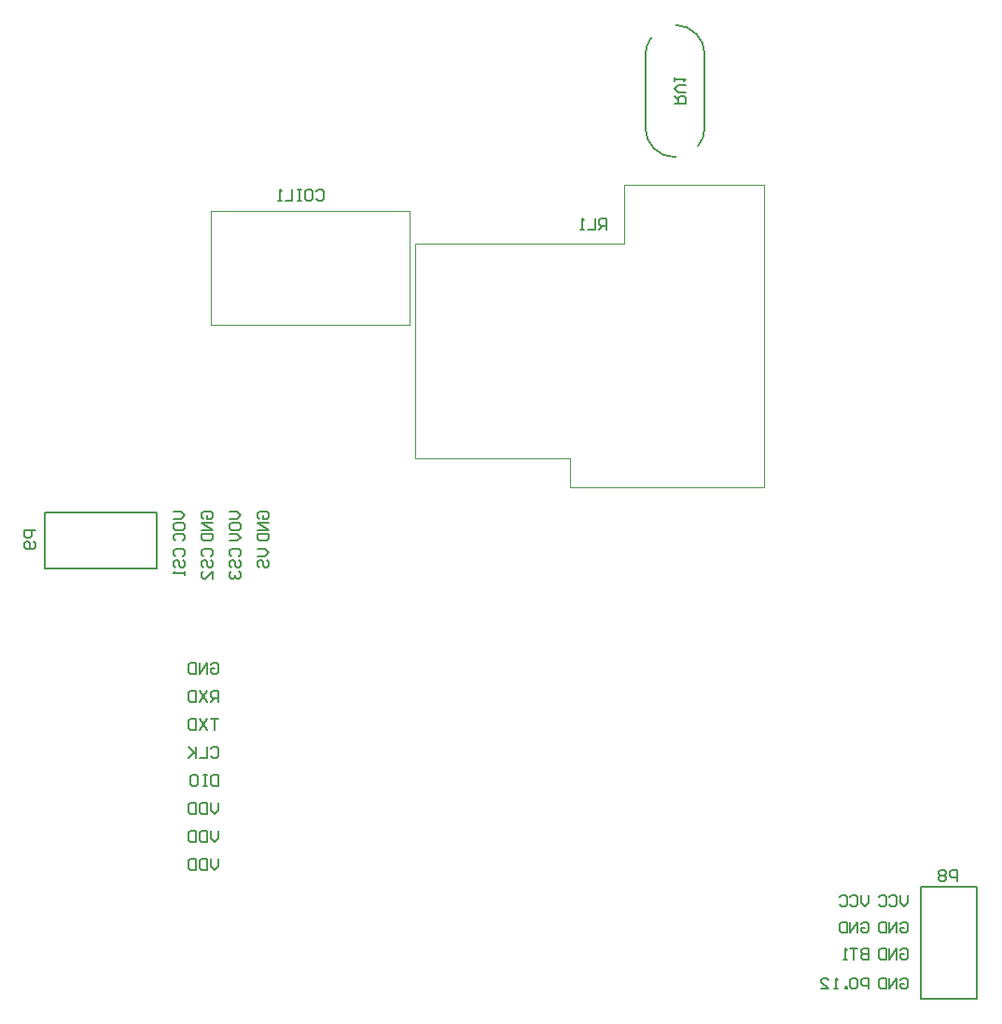
<source format=gbo>
G04 Layer_Color=32896*
%FSLAX44Y44*%
%MOMM*%
G71*
G01*
G75*
%ADD43C,0.2000*%
%ADD61C,0.1000*%
%ADD63C,0.1270*%
D43*
X579590Y415760D02*
G03*
X574060Y400400I21451J-16397D01*
G01*
X628060D02*
G03*
X602098Y427380I-27000J0D01*
G01*
X622046Y317412D02*
G03*
X628060Y334400I-20986J16988D01*
G01*
X574060D02*
G03*
X602060Y307418I27000J0D01*
G01*
X628060Y334400D02*
Y400400D01*
X574060Y334400D02*
Y400400D01*
X130800Y-65301D02*
Y-14501D01*
X29200Y-65301D02*
Y-14501D01*
X130800D01*
X29200Y-65301D02*
X130800D01*
X824601Y-455699D02*
X875401D01*
X824601Y-354099D02*
X875401D01*
Y-455699D02*
Y-354099D01*
X824601Y-455699D02*
Y-354099D01*
D61*
X360002Y154983D02*
Y258983D01*
X180002Y154983D02*
X360002D01*
X180002D02*
Y258983D01*
X360002D01*
X365000Y34000D02*
X506001D01*
Y8000D02*
Y34000D01*
Y8000D02*
X682001D01*
Y282000D01*
X555000D02*
X682001D01*
X555000Y229000D02*
Y282000D01*
X365000Y229000D02*
X555000D01*
X365000Y34000D02*
Y229000D01*
D63*
X275626Y276671D02*
X277292Y278337D01*
X280624D01*
X282290Y276671D01*
Y270006D01*
X280624Y268340D01*
X277292D01*
X275626Y270006D01*
X267295Y278337D02*
X270627D01*
X272293Y276671D01*
Y270006D01*
X270627Y268340D01*
X267295D01*
X265629Y270006D01*
Y276671D01*
X267295Y278337D01*
X262297D02*
X258964D01*
X260630D01*
Y268340D01*
X262297D01*
X258964D01*
X253966Y278337D02*
Y268340D01*
X247302D01*
X243969D02*
X240637D01*
X242303D01*
Y278337D01*
X243969Y276671D01*
X601060Y355970D02*
X611057D01*
Y360968D01*
X609391Y362635D01*
X606059D01*
X604393Y360968D01*
Y355970D01*
Y359302D02*
X601060Y362635D01*
X611057Y365967D02*
X604393D01*
X601060Y369299D01*
X604393Y372631D01*
X611057D01*
X601060Y375964D02*
Y379296D01*
Y377630D01*
X611057D01*
X609391Y375964D01*
X538835Y241991D02*
Y251987D01*
X533837D01*
X532171Y250321D01*
Y246989D01*
X533837Y245323D01*
X538835D01*
X535503D02*
X532171Y241991D01*
X528838Y251987D02*
Y241991D01*
X522174D01*
X518842D02*
X515509D01*
X517175D01*
Y251987D01*
X518842Y250321D01*
X776920Y-447040D02*
Y-437043D01*
X771922D01*
X770256Y-438709D01*
Y-442042D01*
X771922Y-443708D01*
X776920D01*
X766923Y-438709D02*
X765257Y-437043D01*
X761925D01*
X760259Y-438709D01*
Y-445374D01*
X761925Y-447040D01*
X765257D01*
X766923Y-445374D01*
Y-438709D01*
X756926Y-447040D02*
Y-445374D01*
X755260D01*
Y-447040D01*
X756926D01*
X748596D02*
X745264D01*
X746930D01*
Y-437043D01*
X748596Y-438709D01*
X733601Y-447040D02*
X740265D01*
X733601Y-440376D01*
Y-438709D01*
X735267Y-437043D01*
X738599D01*
X740265Y-438709D01*
X805816D02*
X807482Y-437043D01*
X810814D01*
X812480Y-438709D01*
Y-445374D01*
X810814Y-447040D01*
X807482D01*
X805816Y-445374D01*
Y-442042D01*
X809148D01*
X802483Y-447040D02*
Y-437043D01*
X795819Y-447040D01*
Y-437043D01*
X792486D02*
Y-447040D01*
X787488D01*
X785822Y-445374D01*
Y-438709D01*
X787488Y-437043D01*
X792486D01*
X776920Y-410373D02*
Y-420370D01*
X771922D01*
X770256Y-418704D01*
Y-417038D01*
X771922Y-415372D01*
X776920D01*
X771922D01*
X770256Y-413705D01*
Y-412039D01*
X771922Y-410373D01*
X776920D01*
X766923D02*
X760259D01*
X763591D01*
Y-420370D01*
X756926D02*
X753594D01*
X755260D01*
Y-410373D01*
X756926Y-412039D01*
X805816D02*
X807482Y-410373D01*
X810814D01*
X812480Y-412039D01*
Y-418704D01*
X810814Y-420370D01*
X807482D01*
X805816Y-418704D01*
Y-415372D01*
X809148D01*
X802483Y-420370D02*
Y-410373D01*
X795819Y-420370D01*
Y-410373D01*
X792486D02*
Y-420370D01*
X787488D01*
X785822Y-418704D01*
Y-412039D01*
X787488Y-410373D01*
X792486D01*
X770256Y-387909D02*
X771922Y-386243D01*
X775254D01*
X776920Y-387909D01*
Y-394574D01*
X775254Y-396240D01*
X771922D01*
X770256Y-394574D01*
Y-391242D01*
X773588D01*
X766923Y-396240D02*
Y-386243D01*
X760259Y-396240D01*
Y-386243D01*
X756926D02*
Y-396240D01*
X751928D01*
X750262Y-394574D01*
Y-387909D01*
X751928Y-386243D01*
X756926D01*
X805816Y-387909D02*
X807482Y-386243D01*
X810814D01*
X812480Y-387909D01*
Y-394574D01*
X810814Y-396240D01*
X807482D01*
X805816Y-394574D01*
Y-391242D01*
X809148D01*
X802483Y-396240D02*
Y-386243D01*
X795819Y-396240D01*
Y-386243D01*
X792486D02*
Y-396240D01*
X787488D01*
X785822Y-394574D01*
Y-387909D01*
X787488Y-386243D01*
X792486D01*
X776920Y-362113D02*
Y-368778D01*
X773588Y-372110D01*
X770256Y-368778D01*
Y-362113D01*
X760259Y-363779D02*
X761925Y-362113D01*
X765257D01*
X766923Y-363779D01*
Y-370444D01*
X765257Y-372110D01*
X761925D01*
X760259Y-370444D01*
X750262Y-363779D02*
X751928Y-362113D01*
X755260D01*
X756926Y-363779D01*
Y-370444D01*
X755260Y-372110D01*
X751928D01*
X750262Y-370444D01*
X812480Y-362113D02*
Y-368778D01*
X809148Y-372110D01*
X805816Y-368778D01*
Y-362113D01*
X795819Y-363779D02*
X797485Y-362113D01*
X800817D01*
X802483Y-363779D01*
Y-370444D01*
X800817Y-372110D01*
X797485D01*
X795819Y-370444D01*
X785822Y-363779D02*
X787488Y-362113D01*
X790820D01*
X792486Y-363779D01*
Y-370444D01*
X790820Y-372110D01*
X787488D01*
X785822Y-370444D01*
X222093Y-48260D02*
X228758D01*
X232090Y-51592D01*
X228758Y-54925D01*
X222093D01*
X223759Y-64921D02*
X222093Y-63255D01*
Y-59923D01*
X223759Y-58257D01*
X225425D01*
X227092Y-59923D01*
Y-63255D01*
X228758Y-64921D01*
X230424D01*
X232090Y-63255D01*
Y-59923D01*
X230424Y-58257D01*
X198359Y-54925D02*
X196693Y-53258D01*
Y-49926D01*
X198359Y-48260D01*
X205024D01*
X206690Y-49926D01*
Y-53258D01*
X205024Y-54925D01*
X198359Y-64921D02*
X196693Y-63255D01*
Y-59923D01*
X198359Y-58257D01*
X200026D01*
X201692Y-59923D01*
Y-63255D01*
X203358Y-64921D01*
X205024D01*
X206690Y-63255D01*
Y-59923D01*
X205024Y-58257D01*
X198359Y-68254D02*
X196693Y-69920D01*
Y-73252D01*
X198359Y-74918D01*
X200026D01*
X201692Y-73252D01*
Y-71586D01*
Y-73252D01*
X203358Y-74918D01*
X205024D01*
X206690Y-73252D01*
Y-69920D01*
X205024Y-68254D01*
X172959Y-54925D02*
X171293Y-53258D01*
Y-49926D01*
X172959Y-48260D01*
X179624D01*
X181290Y-49926D01*
Y-53258D01*
X179624Y-54925D01*
X172959Y-64921D02*
X171293Y-63255D01*
Y-59923D01*
X172959Y-58257D01*
X174625D01*
X176292Y-59923D01*
Y-63255D01*
X177958Y-64921D01*
X179624D01*
X181290Y-63255D01*
Y-59923D01*
X179624Y-58257D01*
X181290Y-74918D02*
Y-68254D01*
X174625Y-74918D01*
X172959D01*
X171293Y-73252D01*
Y-69920D01*
X172959Y-68254D01*
X147559Y-54925D02*
X145893Y-53258D01*
Y-49926D01*
X147559Y-48260D01*
X154224D01*
X155890Y-49926D01*
Y-53258D01*
X154224Y-54925D01*
X147559Y-64921D02*
X145893Y-63255D01*
Y-59923D01*
X147559Y-58257D01*
X149226D01*
X150892Y-59923D01*
Y-63255D01*
X152558Y-64921D01*
X154224D01*
X155890Y-63255D01*
Y-59923D01*
X154224Y-58257D01*
X155890Y-68254D02*
Y-71586D01*
Y-69920D01*
X145893D01*
X147559Y-68254D01*
X196693Y-13970D02*
X203358D01*
X206690Y-17302D01*
X203358Y-20635D01*
X196693D01*
Y-28965D02*
Y-25633D01*
X198359Y-23967D01*
X205024D01*
X206690Y-25633D01*
Y-28965D01*
X205024Y-30631D01*
X198359D01*
X196693Y-28965D01*
Y-33964D02*
X203358D01*
X206690Y-37296D01*
X203358Y-40628D01*
X196693D01*
X145893Y-13970D02*
X152558D01*
X155890Y-17302D01*
X152558Y-20635D01*
X145893D01*
Y-28965D02*
Y-25633D01*
X147559Y-23967D01*
X154224D01*
X155890Y-25633D01*
Y-28965D01*
X154224Y-30631D01*
X147559D01*
X145893Y-28965D01*
X147559Y-40628D02*
X145893Y-38962D01*
Y-35630D01*
X147559Y-33964D01*
X154224D01*
X155890Y-35630D01*
Y-38962D01*
X154224Y-40628D01*
X223759Y-20635D02*
X222093Y-18968D01*
Y-15636D01*
X223759Y-13970D01*
X230424D01*
X232090Y-15636D01*
Y-18968D01*
X230424Y-20635D01*
X227092D01*
Y-17302D01*
X232090Y-23967D02*
X222093D01*
X232090Y-30631D01*
X222093D01*
Y-33964D02*
X232090D01*
Y-38962D01*
X230424Y-40628D01*
X223759D01*
X222093Y-38962D01*
Y-33964D01*
X172959Y-20635D02*
X171293Y-18968D01*
Y-15636D01*
X172959Y-13970D01*
X179624D01*
X181290Y-15636D01*
Y-18968D01*
X179624Y-20635D01*
X176292D01*
Y-17302D01*
X181290Y-23967D02*
X171293D01*
X181290Y-30631D01*
X171293D01*
Y-33964D02*
X181290D01*
Y-38962D01*
X179624Y-40628D01*
X172959D01*
X171293Y-38962D01*
Y-33964D01*
X179706Y-152959D02*
X181372Y-151293D01*
X184704D01*
X186370Y-152959D01*
Y-159624D01*
X184704Y-161290D01*
X181372D01*
X179706Y-159624D01*
Y-156292D01*
X183038D01*
X176373Y-161290D02*
Y-151293D01*
X169709Y-161290D01*
Y-151293D01*
X166376D02*
Y-161290D01*
X161378D01*
X159712Y-159624D01*
Y-152959D01*
X161378Y-151293D01*
X166376D01*
X186370Y-186690D02*
Y-176693D01*
X181372D01*
X179706Y-178359D01*
Y-181692D01*
X181372Y-183358D01*
X186370D01*
X183038D02*
X179706Y-186690D01*
X176373Y-176693D02*
X169709Y-186690D01*
Y-176693D02*
X176373Y-186690D01*
X166376Y-176693D02*
Y-186690D01*
X161378D01*
X159712Y-185024D01*
Y-178359D01*
X161378Y-176693D01*
X166376D01*
X186370Y-202093D02*
X179706D01*
X183038D01*
Y-212090D01*
X176373Y-202093D02*
X169709Y-212090D01*
Y-202093D02*
X176373Y-212090D01*
X166376Y-202093D02*
Y-212090D01*
X161378D01*
X159712Y-210424D01*
Y-203759D01*
X161378Y-202093D01*
X166376D01*
X179706Y-229159D02*
X181372Y-227493D01*
X184704D01*
X186370Y-229159D01*
Y-235824D01*
X184704Y-237490D01*
X181372D01*
X179706Y-235824D01*
X176373Y-227493D02*
Y-237490D01*
X169709D01*
X166376Y-227493D02*
Y-237490D01*
Y-234158D01*
X159712Y-227493D01*
X164710Y-232492D01*
X159712Y-237490D01*
X186370Y-252893D02*
Y-262890D01*
X181372D01*
X179706Y-261224D01*
Y-254559D01*
X181372Y-252893D01*
X186370D01*
X176373D02*
X173041D01*
X174707D01*
Y-262890D01*
X176373D01*
X173041D01*
X163044Y-252893D02*
X166376D01*
X168043Y-254559D01*
Y-261224D01*
X166376Y-262890D01*
X163044D01*
X161378Y-261224D01*
Y-254559D01*
X163044Y-252893D01*
X186370Y-278293D02*
Y-284958D01*
X183038Y-288290D01*
X179706Y-284958D01*
Y-278293D01*
X176373D02*
Y-288290D01*
X171375D01*
X169709Y-286624D01*
Y-279959D01*
X171375Y-278293D01*
X176373D01*
X166376D02*
Y-288290D01*
X161378D01*
X159712Y-286624D01*
Y-279959D01*
X161378Y-278293D01*
X166376D01*
X186370Y-303693D02*
Y-310358D01*
X183038Y-313690D01*
X179706Y-310358D01*
Y-303693D01*
X176373D02*
Y-313690D01*
X171375D01*
X169709Y-312024D01*
Y-305359D01*
X171375Y-303693D01*
X176373D01*
X166376D02*
Y-313690D01*
X161378D01*
X159712Y-312024D01*
Y-305359D01*
X161378Y-303693D01*
X166376D01*
X186370Y-329093D02*
Y-335758D01*
X183038Y-339090D01*
X179706Y-335758D01*
Y-329093D01*
X176373D02*
Y-339090D01*
X171375D01*
X169709Y-337424D01*
Y-330759D01*
X171375Y-329093D01*
X176373D01*
X166376D02*
Y-339090D01*
X161378D01*
X159712Y-337424D01*
Y-330759D01*
X161378Y-329093D01*
X166376D01*
X856930Y-349250D02*
Y-339253D01*
X851932D01*
X850266Y-340919D01*
Y-344252D01*
X851932Y-345918D01*
X856930D01*
X846933Y-340919D02*
X845267Y-339253D01*
X841935D01*
X840269Y-340919D01*
Y-342585D01*
X841935Y-344252D01*
X840269Y-345918D01*
Y-347584D01*
X841935Y-349250D01*
X845267D01*
X846933Y-347584D01*
Y-345918D01*
X845267Y-344252D01*
X846933Y-342585D01*
Y-340919D01*
X845267Y-344252D02*
X841935D01*
X20848Y-31179D02*
X10852D01*
Y-36177D01*
X12518Y-37843D01*
X15850D01*
X17516Y-36177D01*
Y-31179D01*
X19182Y-41175D02*
X20848Y-42841D01*
Y-46174D01*
X19182Y-47840D01*
X12518D01*
X10852Y-46174D01*
Y-42841D01*
X12518Y-41175D01*
X14184D01*
X15850Y-42841D01*
Y-47840D01*
M02*

</source>
